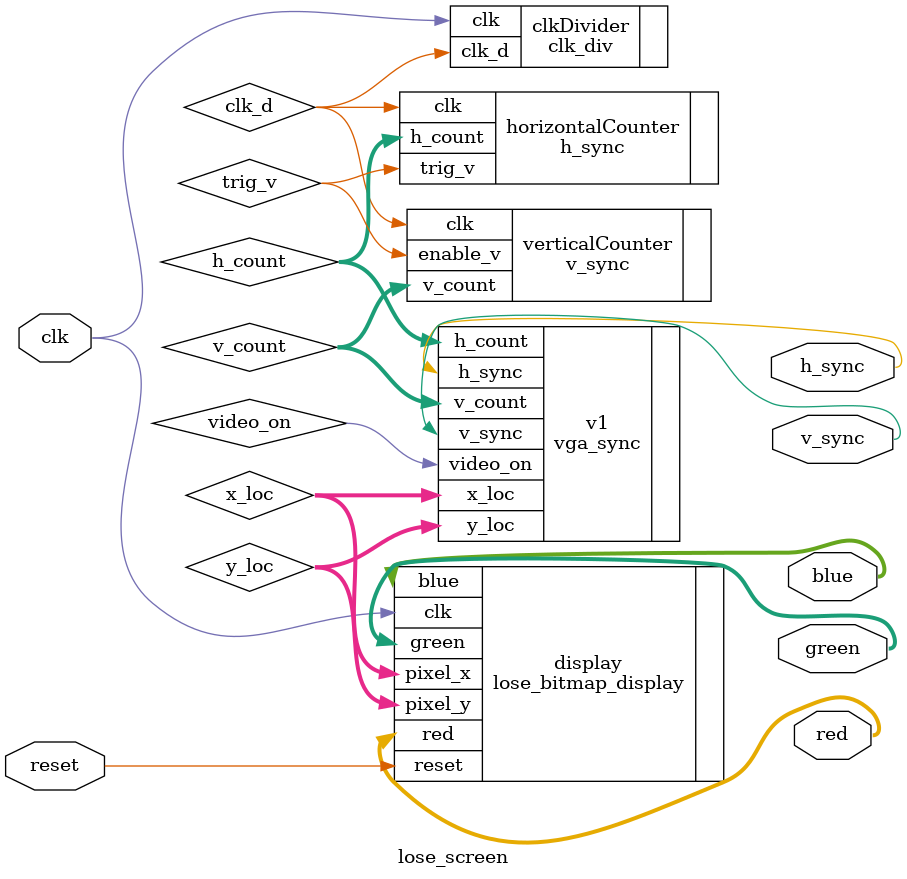
<source format=v>
`timescale 1ns / 1ps
module lose_screen(
    input clk,                    // System clock
    input reset,                  // Reset input
    output h_sync,                // Horizontal sync for VGA
    output v_sync,                // Vertical sync for VGA
    output [3:0] red,         // Red color output
    output [3:0] green,       // Green color output
    output [3:0] blue         // Blue color output
);

// Internal wires
wire clk_d;                     
wire [9:0] h_count;             
wire [9:0] v_count;             
wire video_on;                  
wire trig_v;                    
wire [9:0] x_loc;              
wire [9:0] y_loc;              

// Clock divider
clk_div clkDivider (
    .clk(clk),
    .clk_d(clk_d)
);

// Horizontal sync generator
h_sync horizontalCounter (
    .clk(clk_d),
    .h_count(h_count),
    .trig_v(trig_v)
);

// Vertical sync generator
v_sync verticalCounter (
    .clk(clk_d),
    .enable_v(trig_v),
    .v_count(v_count)
);

// VGA sync generator
vga_sync v1 (
    .h_count(h_count),
    .v_count(v_count),
    .h_sync(h_sync),
    .v_sync(v_sync),
    .video_on(video_on),
    .x_loc(x_loc),
    .y_loc(y_loc)
);

// VGA pixel output
lose_bitmap_display display (
    .clk(clk),
    .reset(reset),
    .pixel_x(x_loc),
    .pixel_y(y_loc),
    .red(red),
    .green(green),
    .blue(blue)
);

endmodule

</source>
